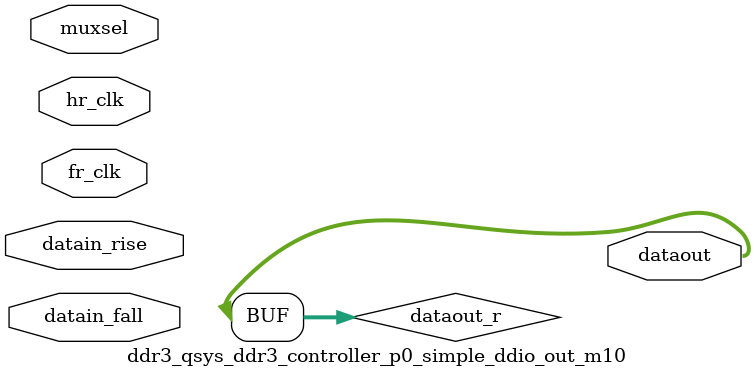
<source format=sv>




`timescale 1 ps / 1 ps

module ddr3_qsys_ddr3_controller_p0_simple_ddio_out_m10(
	hr_clk,
	fr_clk,
	datain_rise,
        datain_fall,
        muxsel,
	dataout
);

// *****************************************************************
// BEGIN PARAMETER SECTION

parameter DATA_WIDTH = ""; 

// END PARAMETER SECTION
// *****************************************************************

input	hr_clk;
input   fr_clk;
input	[DATA_WIDTH-1:0] datain_rise;
input   [DATA_WIDTH-1:0] datain_fall;
input   muxsel;
output	[DATA_WIDTH-1:0] dataout;

generate
genvar i, j;
	(* altera_attribute = {"-name ALLOW_SYNCH_CTRL_USAGE OFF"}*) reg [DATA_WIDTH-1:0] datain_r /* synthesis dont_merge syn_noprune syn_preserve = 1 */;
	(* altera_attribute = {"-name ALLOW_SYNCH_CTRL_USAGE OFF"}*) reg [DATA_WIDTH-1:0] datain_f /* synthesis dont_merge syn_noprune syn_preserve = 1 */;


        always_ff @ (posedge hr_clk )
	begin
		datain_r <= datain_rise;
	end

        always_ff @ (negedge hr_clk)
        begin
                datain_f <= datain_fall;
        end


	reg [DATA_WIDTH-1:0] dataout_r /* synthesis dont_merge syn_noprune syn_preserve = 1 */;
	for (i=0; i<DATA_WIDTH; i=i+1)
	begin: ddio_group

                always_ff @ (posedge fr_clk)
                begin
                        if (muxsel)
                        begin
			        dataout_r[i] <= datain_f;
                        end else begin
                                dataout_r[i] <= datain_r;
                        end
		end
	end
	
	assign dataout = dataout_r;
	
endgenerate
endmodule

</source>
